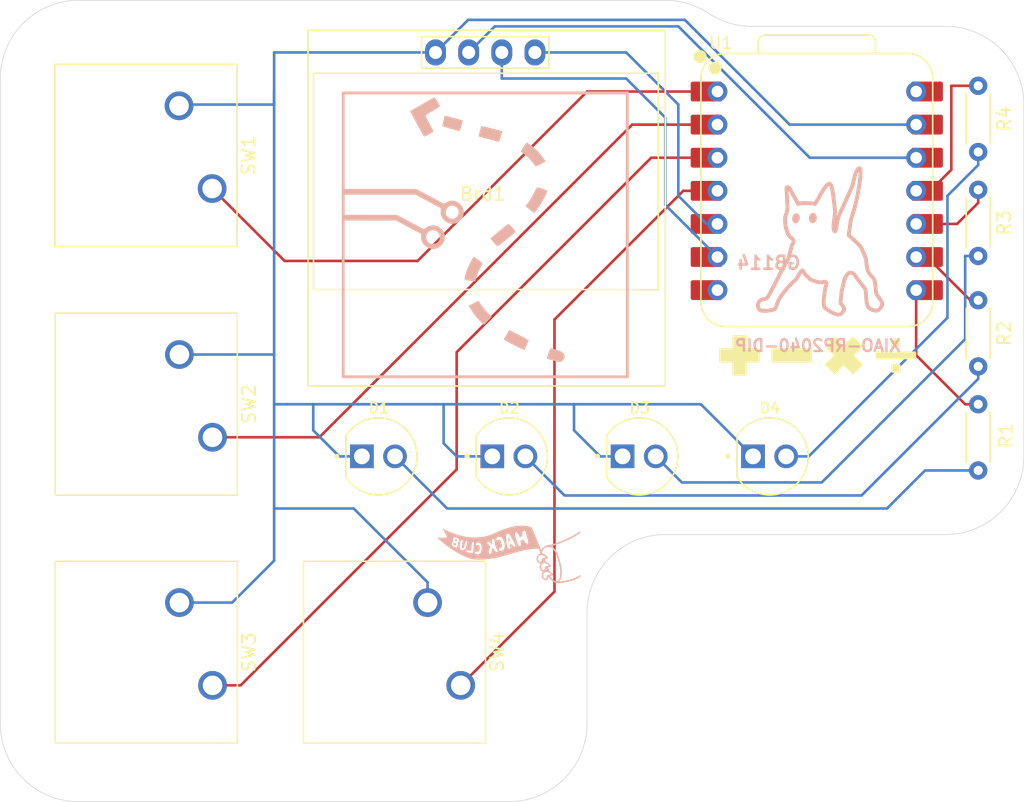
<source format=kicad_pcb>
(kicad_pcb (version 20241229) (generator "pcbnew") (generator_version "9.0")
  (title_block (title "BinaryCounter") (date "2025-07-31") (rev "V0.1") (company "GB114") (comment 1 "perhaps many more?"))
  (layers (0 "F.Cu" signal) (2 "B.Cu" signal) (13 "F.Paste" user) (15 "B.Paste" user) (5 "F.SilkS" user "F.Silkscreen") (7 "B.SilkS" user "B.Silkscreen") (1 "F.Mask" user) (3 "B.Mask" user) (25 "Edge.Cuts" user))
  (net 0 "")
  (net 1 "Net-(D1-PadA)")
  (net 2 "GND")
  (net 3 "Net-(D2-PadA)")
  (net 4 "Net-(D3-PadA)")
  (net 5 "LED1")
  (net 6 "LED2")
  (net 7 "LED3")
  (net 8 "button1")
  (net 9 "button2")
  (net 10 "button3")
  (net 13 "OLED_SCL")
  (net 14 "3V3")
  (net 15 "OLED_SDA")
  (net 16 "Net-(D4-PadA)")
  (net 17 "LED4")
  (net 18 "button4")
  (footprint "Resistor_THT:R_Axial_DIN0204_L3.6mm_D1.6mm_P5.08mm_Horizontal" (layer "F.Cu") (at 138.242641 65.841861 90)
    (property "Reference" "R2" (at 2.54 2 90) (layer "F.SilkS"))
    (property "Value" "R")
    (pad "1" thru_hole circle (at 0 0 90) (size 1.4 1.4) (drill 0.7) (layers "*.Cu" "*.Mask") (net 3 "Net-(D2-PadA)"))
    (pad "2" thru_hole circle (at 5.08 0 90) (size 1.4 1.4) (drill 0.7) (layers "*.Cu" "*.Mask") (net 6 "LED2"))
  )
  (footprint "BinaryCounter-footprints:XIAO-RP2040-DIP" (layer "F.Cu") (at 125.862641 52.362641)
    (property "Reference" "U1" (at -7.362641 -11.362641 0) (layer "F.SilkS") (effects (font (size 0.9 0.9) (thickness 0.1016))))
    (property "Value" "XIAO-RP2040-DIP")
    (pad "1" smd roundrect (at -8.455 -7.62 180) (size 2.432 1.524) (layers "F.Cu" "F.Mask") (roundrect_rratio 0.1) (net 8 "button1"))
    (pad "1" thru_hole circle (at -7.62 -7.62 180) (size 1.524 1.524) (drill 0.889) (layers "*.Cu" "*.Mask") (net 8 "button1"))
    (pad "2" smd roundrect (at -8.455 -5.08 180) (size 2.432 1.524) (layers "F.Cu" "F.Mask") (roundrect_rratio 0.1) (net 9 "button2"))
    (pad "2" thru_hole circle (at -7.62 -5.08 180) (size 1.524 1.524) (drill 0.889) (layers "*.Cu" "*.Mask") (net 9 "button2"))
    (pad "3" smd roundrect (at -8.455 -2.54 180) (size 2.432 1.524) (layers "F.Cu" "F.Mask") (roundrect_rratio 0.1) (net 10 "button3"))
    (pad "3" thru_hole circle (at -7.62 -2.54 180) (size 1.524 1.524) (drill 0.889) (layers "*.Cu" "*.Mask") (net 10 "button3"))
    (pad "4" smd roundrect (at -8.455 0 180) (size 2.432 1.524) (layers "F.Cu" "F.Mask") (roundrect_rratio 0.1) (net 18 "button4"))
    (pad "4" thru_hole circle (at -7.62 0 180) (size 1.524 1.524) (drill 0.889) (layers "*.Cu" "*.Mask") (net 18 "button4"))
    (pad "5" smd roundrect (at -8.455 2.54 180) (size 2.432 1.524) (layers "F.Cu" "F.Mask") (roundrect_rratio 0.1) (net 15 "OLED_SDA"))
    (pad "5" thru_hole circle (at -7.62 2.54 180) (size 1.524 1.524) (drill 0.889) (layers "*.Cu" "*.Mask") (net 15 "OLED_SDA"))
    (pad "6" smd roundrect (at -8.455 5.08 180) (size 2.432 1.524) (layers "F.Cu" "F.Mask") (roundrect_rratio 0.1) (net 13 "OLED_SCL"))
    (pad "6" thru_hole circle (at -7.62 5.08 180) (size 1.524 1.524) (drill 0.889) (layers "*.Cu" "*.Mask") (net 13 "OLED_SCL"))
    (pad "7" smd roundrect (at -8.455 7.62 180) (size 2.432 1.524) (layers "F.Cu" "F.Mask") (roundrect_rratio 0.1))
    (pad "7" thru_hole circle (at -7.62 7.62 180) (size 1.524 1.524) (drill 0.889) (layers "*.Cu" "*.Mask"))
    (pad "8" thru_hole circle (at 7.62 7.62) (size 1.524 1.524) (drill 0.889) (layers "*.Cu" "*.Mask") (net 5 "LED1"))
    (pad "8" smd roundrect (at 8.455 7.62) (size 2.432 1.524) (layers "F.Cu" "F.Mask") (roundrect_rratio 0.1) (net 5 "LED1"))
    (pad "9" thru_hole circle (at 7.62 5.08) (size 1.524 1.524) (drill 0.889) (layers "*.Cu" "*.Mask") (net 6 "LED2"))
    (pad "9" smd roundrect (at 8.455 5.08) (size 2.432 1.524) (layers "F.Cu" "F.Mask") (roundrect_rratio 0.1) (net 6 "LED2"))
    (pad "10" thru_hole circle (at 7.62 2.54) (size 1.524 1.524) (drill 0.889) (layers "*.Cu" "*.Mask") (net 7 "LED3"))
    (pad "10" smd roundrect (at 8.455 2.54) (size 2.432 1.524) (layers "F.Cu" "F.Mask") (roundrect_rratio 0.1) (net 7 "LED3"))
    (pad "11" thru_hole circle (at 7.62 0) (size 1.524 1.524) (drill 0.889) (layers "*.Cu" "*.Mask") (net 17 "LED4"))
    (pad "11" smd roundrect (at 8.455 0) (size 2.432 1.524) (layers "F.Cu" "F.Mask") (roundrect_rratio 0.1) (net 17 "LED4"))
    (pad "12" thru_hole circle (at 7.62 -2.54) (size 1.524 1.524) (drill 0.889) (layers "*.Cu" "*.Mask") (net 14 "3V3"))
    (pad "12" smd roundrect (at 8.455 -2.54) (size 2.432 1.524) (layers "F.Cu" "F.Mask") (roundrect_rratio 0.1) (net 14 "3V3"))
    (pad "13" thru_hole circle (at 7.62 -5.08) (size 1.524 1.524) (drill 0.889) (layers "*.Cu" "*.Mask") (net 2 "GND"))
    (pad "13" smd roundrect (at 8.455 -5.08) (size 2.432 1.524) (layers "F.Cu" "F.Mask") (roundrect_rratio 0.1) (net 2 "GND"))
    (pad "14" thru_hole circle (at 7.62 -7.62) (size 1.524 1.524) (drill 0.889) (layers "*.Cu" "*.Mask"))
    (pad "14" smd roundrect (at 8.455 -7.62) (size 2.432 1.524) (layers "F.Cu" "F.Mask") (roundrect_rratio 0.1))
  )
  (footprint "Button_Switch_Keyboard:SW_Cherry_MX_1.00u_PCB" (layer "F.Cu") (at 98.55191 90.313709 -90)
    (property "Reference" "SW4" (at -2.54 -2.794 90) (layer "F.SilkS"))
    (property "Value" "SW_Push")
    (pad "" np_thru_hole circle (at -7.62 5.08 270) (size 1.7 1.7) (drill 1.7) (layers "*.Cu" "*.Mask"))
    (pad "" np_thru_hole circle (at -2.54 5.08 270) (size 4 4) (drill 4) (layers "*.Cu" "*.Mask"))
    (pad "" np_thru_hole circle (at 2.54 5.08 270) (size 1.7 1.7) (drill 1.7) (layers "*.Cu" "*.Mask"))
    (pad "1" thru_hole circle (at 0 0 270) (size 2.2 2.2) (drill 1.5) (layers "*.Cu" "*.Mask") (net 18 "button4"))
    (pad "2" thru_hole circle (at -6.35 2.54 270) (size 2.2 2.2) (drill 1.5) (layers "*.Cu" "*.Mask") (net 2 "GND"))
  )
  (footprint "Button_Switch_Keyboard:SW_Cherry_MX_1.00u_PCB" (layer "F.Cu") (at 79.518772 90.313709 -90)
    (property "Reference" "SW3" (at -2.54 -2.794 90) (layer "F.SilkS"))
    (property "Value" "SW_Push")
    (pad "" np_thru_hole circle (at -7.62 5.08 270) (size 1.7 1.7) (drill 1.7) (layers "*.Cu" "*.Mask"))
    (pad "" np_thru_hole circle (at -2.54 5.08 270) (size 4 4) (drill 4) (layers "*.Cu" "*.Mask"))
    (pad "" np_thru_hole circle (at 2.54 5.08 270) (size 1.7 1.7) (drill 1.7) (layers "*.Cu" "*.Mask"))
    (pad "1" thru_hole circle (at 0 0 270) (size 2.2 2.2) (drill 1.5) (layers "*.Cu" "*.Mask") (net 10 "button3"))
    (pad "2" thru_hole circle (at -6.35 2.54 270) (size 2.2 2.2) (drill 1.5) (layers "*.Cu" "*.Mask") (net 2 "GND"))
  )
  (footprint "Resistor_THT:R_Axial_DIN0204_L3.6mm_D1.6mm_P5.08mm_Horizontal" (layer "F.Cu") (at 138.242641 73.822641 90)
    (property "Reference" "R1" (at 2.665057 2.116841 90) (layer "F.SilkS"))
    (property "Value" "R")
    (pad "1" thru_hole circle (at 0 0 90) (size 1.4 1.4) (drill 0.7) (layers "*.Cu" "*.Mask") (net 1 "Net-(D1-PadA)"))
    (pad "2" thru_hole circle (at 5.08 0 90) (size 1.4 1.4) (drill 0.7) (layers "*.Cu" "*.Mask") (net 5 "LED1"))
  )
  (footprint "Button_Switch_Keyboard:SW_Cherry_MX_1.00u_PCB" (layer "F.Cu") (at 79.487808 52.186611 -90)
    (property "Reference" "SW1" (at -2.54 -2.794 90) (layer "F.SilkS"))
    (property "Value" "SW_Push")
    (pad "" np_thru_hole circle (at -7.62 5.08 270) (size 1.7 1.7) (drill 1.7) (layers "*.Cu" "*.Mask"))
    (pad "" np_thru_hole circle (at -2.54 5.08 270) (size 4 4) (drill 4) (layers "*.Cu" "*.Mask"))
    (pad "" np_thru_hole circle (at 2.54 5.08 270) (size 1.7 1.7) (drill 1.7) (layers "*.Cu" "*.Mask"))
    (pad "1" thru_hole circle (at 0 0 270) (size 2.2 2.2) (drill 1.5) (layers "*.Cu" "*.Mask") (net 8 "button1"))
    (pad "2" thru_hole circle (at -6.35 2.54 270) (size 2.2 2.2) (drill 1.5) (layers "*.Cu" "*.Mask") (net 2 "GND"))
  )
  (footprint "BinaryCounter-footprints:LEDRD254W57D500H1070" (layer "F.Cu") (at 122.242641 72.742641)
    (property "Reference" "D4" (at 0.04 -3.708 0) (layer "F.SilkS") (effects (font (size 0.8 0.8))))
    (property "Value" "L08R5000Q1")
    (pad "A" thru_hole circle (at 1.27 0) (size 1.815 1.815) (drill 1.21) (layers "*.Cu" "*.Mask") (net 16 "Net-(D4-PadA)"))
    (pad "C" thru_hole rect (at -1.27 0) (size 1.815 1.815) (drill 1.21) (layers "*.Cu" "*.Mask") (net 2 "GND"))
  )
  (footprint "BinaryCounter-footprints:LEDRD254W57D500H1070" (layer "F.Cu") (at 92.242641 72.742641)
    (property "Reference" "D1" (at 0.04 -3.708 0) (layer "F.SilkS") (effects (font (size 0.8 0.8))))
    (property "Value" "L08R5000Q1")
    (pad "A" thru_hole circle (at 1.27 0) (size 1.815 1.815) (drill 1.21) (layers "*.Cu" "*.Mask") (net 1 "Net-(D1-PadA)"))
    (pad "C" thru_hole rect (at -1.27 0) (size 1.815 1.815) (drill 1.21) (layers "*.Cu" "*.Mask") (net 2 "GND"))
  )
  (footprint "BinaryCounter-footprints:LEDRD254W57D500H1070" (layer "F.Cu") (at 112.242641 72.742641)
    (property "Reference" "D3" (at 0.04 -3.708 0) (layer "F.SilkS") (effects (font (size 0.8 0.8))))
    (property "Value" "L08R5000Q1")
    (pad "A" thru_hole circle (at 1.27 0) (size 1.815 1.815) (drill 1.21) (layers "*.Cu" "*.Mask") (net 4 "Net-(D3-PadA)"))
    (pad "C" thru_hole rect (at -1.27 0) (size 1.815 1.815) (drill 1.21) (layers "*.Cu" "*.Mask") (net 2 "GND"))
  )
  (footprint "BinaryCounter-footprints:128x64OLED" (layer "F.Cu") (at 100.242641 52.342641)
    (property "Reference" "Brd1" (at 0 0.254 0) (layer "F.SilkS"))
    (property "Value" "SSD1306")
    (pad "1" thru_hole oval (at -3.62 -10.6 90) (size 2 1.6) (drill 1) (layers "*.Cu" "*.Mask") (net 2 "GND"))
    (pad "2" thru_hole oval (at -1.08 -10.6 90) (size 2 1.6) (drill 1) (layers "*.Cu" "*.Mask") (net 14 "3V3"))
    (pad "3" thru_hole oval (at 1.46 -10.6 90) (size 2 1.6) (drill 1) (layers "*.Cu" "*.Mask") (net 13 "OLED_SCL"))
    (pad "4" thru_hole oval (at 4 -10.6 90) (size 2 1.6) (drill 1) (layers "*.Cu" "*.Mask") (net 15 "OLED_SDA"))
  )
  (footprint "Resistor_THT:R_Axial_DIN0204_L3.6mm_D1.6mm_P5.08mm_Horizontal" (layer "F.Cu") (at 138.242641 49.381861 90)
    (property "Reference" "R4" (at 2.54 2 90) (layer "F.SilkS"))
    (property "Value" "R")
    (pad "1" thru_hole circle (at 0 0 90) (size 1.4 1.4) (drill 0.7) (layers "*.Cu" "*.Mask") (net 16 "Net-(D4-PadA)"))
    (pad "2" thru_hole circle (at 5.08 0 90) (size 1.4 1.4) (drill 0.7) (layers "*.Cu" "*.Mask") (net 17 "LED4"))
  )
  (footprint "BinaryCounter-footprints:LEDRD254W57D500H1070" (layer "F.Cu") (at 102.242641 72.742641)
    (property "Reference" "D2" (at 0.04 -3.708 0) (layer "F.SilkS") (effects (font (size 0.8 0.8))))
    (property "Value" "L08R5000Q1")
    (pad "A" thru_hole circle (at 1.27 0) (size 1.815 1.815) (drill 1.21) (layers "*.Cu" "*.Mask") (net 3 "Net-(D2-PadA)"))
    (pad "C" thru_hole rect (at -1.27 0) (size 1.815 1.815) (drill 1.21) (layers "*.Cu" "*.Mask") (net 2 "GND"))
  )
  (footprint "Resistor_THT:R_Axial_DIN0204_L3.6mm_D1.6mm_P5.08mm_Horizontal" (layer "F.Cu") (at 138.242641 57.362641 90)
    (property "Reference" "R3" (at 2.54 2 90) (layer "F.SilkS"))
    (property "Value" "R")
    (pad "1" thru_hole circle (at 0 0 90) (size 1.4 1.4) (drill 0.7) (layers "*.Cu" "*.Mask") (net 4 "Net-(D3-PadA)"))
    (pad "2" thru_hole circle (at 5.08 0 90) (size 1.4 1.4) (drill 0.7) (layers "*.Cu" "*.Mask") (net 7 "LED3"))
  )
  (footprint "Button_Switch_Keyboard:SW_Cherry_MX_1.00u_PCB" (layer "F.Cu") (at 79.516633 71.275582 -90)
    (property "Reference" "SW2" (at -2.54 -2.794 90) (layer "F.SilkS"))
    (property "Value" "SW_Push")
    (pad "" np_thru_hole circle (at -7.62 5.08 270) (size 1.7 1.7) (drill 1.7) (layers "*.Cu" "*.Mask"))
    (pad "" np_thru_hole circle (at -2.54 5.08 270) (size 4 4) (drill 4) (layers "*.Cu" "*.Mask"))
    (pad "" np_thru_hole circle (at 2.54 5.08 270) (size 1.7 1.7) (drill 1.7) (layers "*.Cu" "*.Mask"))
    (pad "1" thru_hole circle (at 0 0 270) (size 2.2 2.2) (drill 1.5) (layers "*.Cu" "*.Mask") (net 9 "button2"))
    (pad "2" thru_hole circle (at -6.35 2.54 270) (size 2.2 2.2) (drill 1.5) (layers "*.Cu" "*.Mask") (net 2 "GND"))
  )
  (footprint "LOGO" (layer "B.Cu") (at 100.432641 55.742641 180)
    (property "Reference" "G***" (hide yes))
    (property "Value" "LOGO" (hide yes))
  )
  (footprint "LOGO" (layer "B.Cu") (at 102.242641 80.242641 180)
    (property "Reference" "G***" (hide yes))
    (property "Value" "LOGO" (hide yes))
  )
  (gr_rect (start 122.432641 64.494933) (end 125.432641 65.494933) (stroke (width 0.1)) (fill yes) (layer "F.SilkS"))
  (gr_rect (start 131.620018 63.739954) (end 132.222867 64.295947) (stroke (width 0.1)) (fill yes) (layer "F.SilkS"))
  (gr_poly (pts (xy 129.346855 65.70204) (xy 128.639748 66.409147) (xy 126.518427 64.287826) (xy 127.225534 63.580719)) (stroke (width 0.1)) (fill yes) (layer "F.SilkS"))
  (gr_rect (start 131.632947 65.716696) (end 132.235796 66.272689) (stroke (width 0.1)) (fill yes) (layer "F.SilkS"))
  (gr_rect (start 118.432641 64.494933) (end 121.432641 65.494933) (stroke (width 0.1)) (fill yes) (layer "F.SilkS"))
  (gr_poly (pts (xy 129.346855 64.287826) (xy 127.225534 66.409147) (xy 126.518427 65.70204) (xy 128.639748 63.580719)) (stroke (width 0.1)) (fill yes) (layer "F.SilkS"))
  (gr_rect (start 130.432641 64.742641) (end 133.432641 65.241551) (stroke (width 0.1)) (fill yes) (layer "F.SilkS"))
  (gr_rect (start 119.432641 63.494933) (end 120.432641 66.494933) (stroke (width 0.1)) (fill yes) (layer "F.SilkS"))
  (gr_poly (pts (xy 129.131158 50.620868) (xy 129.114828 50.626014) (xy 129.106861 50.628952) (xy 129.099001 50.632181) (xy 129.09123 50.635736) (xy 129.083528 50.639652) (xy 129.075876 50.643964) (xy 129.068255 50.648709) (xy 129.060647 50.65392) (xy 129.053033 50.659635) (xy 129.045394 50.665888) (xy 129.037711 50.672714) (xy 129.029964 50.680148) (xy 129.022136 50.688228) (xy 129.014207 50.696986) (xy 129.006158 50.70646) (xy 128.997971 50.716683) (xy 128.989626 50.727693) (xy 128.981105 50.739523) (xy 128.972389 50.75221) (xy 128.963459 50.765789) (xy 128.954295 50.780294) (xy 128.935194 50.812228) (xy 128.914933 50.848295) (xy 128.893363 50.888778) (xy 128.870331 50.933959) (xy 128.84718 50.985687) (xy 128.825241 51.044919) (xy 128.80435 51.1106) (xy 128.78434 51.181675) (xy 128.746305 51.335795) (xy 128.709813 51.498845) (xy 128.673543 51.66239) (xy 128.63617 51.817998) (xy 128.616658 51.89019) (xy 128.596374 51.957235) (xy 128.575154 52.018079) (xy 128.552831 52.071668) (xy 128.08088 53.124378) (xy 127.844533 53.647881) (xy 127.749816 53.849993) (xy 127.679706 53.989896) (xy 127.651872 54.045271) (xy 127.624092 54.107579) (xy 127.596607 54.175879) (xy 127.569656 54.24923) (xy 127.543481 54.326688) (xy 127.518321 54.407313) (xy 127.494417 54.490163) (xy 127.472008 54.574295) (xy 127.451336 54.658769) (xy 127.432641 54.742641) (xy 127.416163 54.824972) (xy 127.402142 54.904817) (xy 127.390818 54.981237) (xy 127.382432 55.053289) (xy 127.377225 55.120031) (xy 127.375435 55.180521) (xy 127.269602 55.471563) (xy 127.263277 55.47194) (xy 127.256732 55.471375) (xy 127.250011 55.469805) (xy 127.243159 55.467168) (xy 127.23622 55.463401) (xy 127.229238 55.458441) (xy 127.222257 55.452224) (xy 127.215321 55.444688) (xy 127.208474 55.43577) (xy 127.201761 55.425406) (xy 127.195224 55.413534) (xy 127.188909 55.400091) (xy 127.18286 55.385014) (xy 127.17712 55.368239) (xy 127.171734 55.349704) (xy 127.166745 55.329346) (xy 127.162199 55.307102) (xy 127.158138 55.282909) (xy 127.154607 55.256704) (xy 127.151651 55.228423) (xy 127.149312 55.198005) (xy 127.147636 55.165385) (xy 127.146666 55.130501) (xy 127.146447 55.093291) (xy 127.147022 55.05369) (xy 127.148436 55.011636) (xy 127.150732 54.967066) (xy 127.153955 54.919917) (xy 127.158149 54.870126) (xy 127.163359 54.81763) (xy 127.169627 54.762367) (xy 127.176998 54.704272) (xy 127.256707 54.099037) (xy 127.269602 53.989896) (xy 127.198935 53.367531) (xy 127.159111 53.018919) (xy 127.115324 52.676419) (xy 127.066843 52.363332) (xy 127.040615 52.2251) (xy 127.012941 52.102957) (xy 126.983729 51.999818) (xy 126.952888 51.918594) (xy 126.920328 51.862198) (xy 126.903374 51.844221) (xy 126.885956 51.833543) (xy 126.856898 51.825818) (xy 126.826809 51.824764) (xy 126.795747 51.830076) (xy 126.763767 51.841449) (xy 126.730925 51.858577) (xy 126.697276 51.881156) (xy 126.662876 51.90888) (xy 126.627781 51.941443) (xy 126.592046 51.978541) (xy 126.555728 52.019868) (xy 126.481562 52.113991) (xy 126.405731 52.221368) (xy 126.328678 52.339558) (xy 126.25085 52.46612) (xy 126.172692 52.598612) (xy 126.017172 52.871619) (xy 125.865683 53.139044) (xy 125.792564 53.26456) (xy 125.72179 53.381355) (xy 125.712871 53.375308) (xy 125.701132 53.369563) (xy 125.67001 53.358953) (xy 125.630051 53.349467) (xy 125.582884 53.341047) (xy 125.530135 53.333635) (xy 125.473433 53.327172) (xy 125.354681 53.316863) (xy 125.239649 53.309654) (xy 125.14136 53.305081) (xy 125.047102 53.30198) (xy 124.966901 53.30136) (xy 124.882461 53.302678) (xy 124.782519 53.306941) (xy 124.730029 53.310613) (xy 124.677616 53.315545) (xy 124.626598 53.321911) (xy 124.578294 53.329885) (xy 124.53402 53.339642) (xy 124.495095 53.351357) (xy 124.478049 53.358003) (xy 124.462836 53.365203) (xy 124.449618 53.37298) (xy 124.438561 53.381355) (xy 123.81679 52.243647) (xy 123.803032 52.220845) (xy 123.789544 52.200019) (xy 123.77633 52.181095) (xy 123.763398 52.164003) (xy 123.750752 52.14867) (xy 123.738399 52.135025) (xy 123.726345 52.122997) (xy 123.714594 52.112513) (xy 123.703154 52.103501) (xy 123.69203 52.095891) (xy 123.681227 52.08961) (xy 123.670752 52.084587) (xy 123.66061 52.080749) (xy 123.650808 52.078026) (xy 123.64135 52.076346) (xy 123.632243 52.075636) (xy 123.623492 52.075826) (xy 123.615104 52.076843) (xy 123.607085 52.078616) (xy 123.599439 52.081073) (xy 123.592173 52.084142) (xy 123.585292 52.087752) (xy 123.578803 52.091831) (xy 123.572712 52.096307) (xy 123.561743 52.106164) (xy 123.552434 52.11675) (xy 123.54483 52.127491) (xy 123.538977 52.137813) (xy 123.618353 53.645938) (xy 123.538977 54.108959) (xy 123.513493 54.154445) (xy 123.491525 54.203873) (xy 123.472949 54.256919) (xy 123.457639 54.313262) (xy 123.445467 54.37258) (xy 123.436309 54.43455) (xy 123.426529 54.565159) (xy 123.427292 54.702511) (xy 123.437588 54.844031) (xy 123.456411 54.987139) (xy 123.482753 55.129259) (xy 123.515607 55.267813) (xy 123.553964 55.400224) (xy 123.596816 55.523915) (xy 123.643157 55.636308) (xy 123.691978 55.734826) (xy 123.742272 55.816891) (xy 123.793032 55.879926) (xy 123.818271 55.903503) (xy 123.843248 55.921355) (xy 123.87855 55.94371) (xy 123.910415 55.966268) (xy 123.93898 55.988992) (xy 123.964383 56.01184) (xy 123.986762 56.034775) (xy 124.006253 56.057757) (xy 124.022993 56.080746) (xy 124.037121 56.103703) (xy 124.048772 56.12659) (xy 124.058085 56.149366) (xy 124.065196 56.171993) (xy 124.070243 56.194431) (xy 124.073364 56.216642) (xy 124.074695 56.238585) (xy 124.074373 56.260221) (xy 124.072536 56.281512) (xy 124.069321 56.302418) (xy 124.064866 56.3229) (xy 124.059307 56.342919) (xy 124.052782 56.362434) (xy 124.037383 56.399801) (xy 124.019766 56.434685) (xy 124.001029 56.466774) (xy 123.982271 56.495753) (xy 123.949082 56.543126) (xy 123.697727 57.522084) (xy 123.142102 58.54073) (xy 122.857472 59.10144) (xy 122.528603 59.7383) (xy 122.238593 60.282391) (xy 122.134128 60.46686) (xy 122.07054 60.564792) (xy 122.060235 60.576235) (xy 122.049185 60.58679) (xy 122.037417 60.596515) (xy 122.024961 60.605466) (xy 122.011847 60.613703) (xy 121.998102 60.621283) (xy 121.983757 60.628262) (xy 121.968841 60.6347) (xy 121.937409 60.646179) (xy 121.904038 60.656182) (xy 121.868963 60.665169) (xy 121.832415 60.673602) (xy 121.75583 60.69065) (xy 121.716259 60.700187) (xy 121.676145 60.711016) (xy 121.635721 60.723596) (xy 121.59522 60.738389) (xy 121.575013 60.746759) (xy 121.554874 60.755856) (xy 121.534831 60.765737) (xy 121.514915 60.776459) (xy 121.495704 60.791949) (xy 121.477747 60.808602) (xy 121.461026 60.82634) (xy 121.445524 60.845085) (xy 121.431223 60.864761) (xy 121.418107 60.885289) (xy 121.406157 60.906593) (xy 121.395357 60.928594) (xy 121.385688 60.951216) (xy 121.377133 60.97438) (xy 121.369675 60.998009) (xy 121.363297 61.022025) (xy 121.35798 61.046352) (xy 121.353708 61.070911) (xy 121.348228 61.120417) (xy 121.346716 61.169923) (xy 121.349034 61.218809) (xy 121.355041 61.266455) (xy 121.364599 61.31224) (xy 121.377567 61.355545) (xy 121.385287 61.376073) (xy 121.393806 61.395749) (xy 121.403109 61.414495) (xy 121.413177 61.432233) (xy 121.423993 61.448885) (xy 121.43554 61.464375) (xy 121.45217 61.48206) (xy 121.47215 61.497949) (xy 121.495264 61.512109) (xy 121.521297 61.524604) (xy 121.550034 61.535501) (xy 121.581258 61.544865) (xy 121.650307 61.559253) (xy 121.726721 61.568293) (xy 121.808773 61.572508) (xy 121.89474 61.572421) (xy 121.982897 61.568555) (xy 122.071519 61.561433) (xy 122.158881 61.551579) (xy 122.243259 61.539516) (xy 122.322928 61.525767) (xy 122.396163 61.510855) (xy 122.46124 61.495304) (xy 122.516433 61.479636) (xy 122.560019 61.464375) (xy 122.577902 61.456846) (xy 122.594406 61.449095) (xy 122.609627 61.441059) (xy 122.623659 61.432672) (xy 122.636595 61.423868) (xy 122.648531 61.414582) (xy 122.659561 61.404749) (xy 122.66978 61.394302) (xy 122.679281 61.383178) (xy 122.68816 61.37131) (xy 122.696511 61.358632) (xy 122.704429 61.345081) (xy 122.712007 61.330589) (xy 122.719341 61.315092) (xy 122.726524 61.298525) (xy 122.733652 61.280821) (xy 122.748118 61.241744) (xy 122.763495 61.197338) (xy 122.800004 61.090445) (xy 122.822648 61.026912) (xy 122.849226 60.955957) (xy 122.864227 60.917533) (xy 122.880494 60.877057) (xy 122.898122 60.834464) (xy 122.917207 60.789688) (xy 122.964177 60.692943) (xy 123.024461 60.587478) (xy 123.096178 60.475114) (xy 123.177449 60.357673) (xy 123.266394 60.236977) (xy 123.361133 60.114846) (xy 123.459787 59.993103) (xy 123.560475 59.873569) (xy 123.760437 59.648414) (xy 123.945981 59.453956) (xy 124.028647 59.372792) (xy 124.10207 59.304766) (xy 124.164369 59.251701) (xy 124.213665 59.215418) (xy 124.230982 59.20225) (xy 124.248992 59.184926) (xy 124.28687 59.13927) (xy 124.326853 59.081366) (xy 124.368495 59.01413) (xy 124.542747 58.710176) (xy 124.586003 58.640014) (xy 124.628244 58.578016) (xy 124.669025 58.527096) (xy 124.688729 58.506702) (xy 124.707901 58.49017) (xy 124.726485 58.477867) (xy 124.744425 58.470155) (xy 124.761667 58.4674) (xy 124.778153 58.469966) (xy 124.793829 58.478217) (xy 124.808638 58.492519) (xy 124.822526 58.513235) (xy 124.835436 58.54073) (xy 124.846323 58.566555) (xy 124.858108 58.591921) (xy 124.884176 58.641304) (xy 124.913259 58.688938) (xy 124.944971 58.734882) (xy 124.978929 58.779194) (xy 125.01475 58.821934) (xy 125.052051 58.863158) (xy 125.090448 58.902928) (xy 125.129557 58.9413) (xy 125.168995 58.978335) (xy 125.247325 59.048624) (xy 125.322369 59.114266) (xy 125.391061 59.175729) (xy 125.654486 59.272385) (xy 125.777084 59.314791) (xy 125.836592 59.333347) (xy 125.895092 59.349693) (xy 125.952724 59.363497) (xy 126.009627 59.374426) (xy 126.065942 59.382145) (xy 126.121807 59.386322) (xy 126.177361 59.386623) (xy 126.232746 59.382715) (xy 126.288099 59.374264) (xy 126.343561 59.360938) (xy 126.370403 59.353897) (xy 126.395408 59.348597) (xy 126.418634 59.34496) (xy 126.440139 59.342908) (xy 126.459982 59.342363) (xy 126.478222 59.343247) (xy 126.494917 59.345481) (xy 126.510125 59.348989) (xy 126.523906 59.353692) (xy 126.536319 59.359512) (xy 126.547421 59.366371) (xy 126.557271 59.374191) (xy 126.565928 59.382894) (xy 126.573451 59.392402) (xy 126.579897 59.402637) (xy 126.585327 59.413521) (xy 126.589798 59.424976) (xy 126.593369 59.436924) (xy 126.596098 59.449287) (xy 126.598045 59.461987) (xy 126.599268 59.474947) (xy 126.599825 59.488087) (xy 126.599177 59.514599) (xy 126.59657 59.5409) (xy 126.592473 59.566365) (xy 126.587355 59.590371) (xy 126.581686 59.612293) (xy 126.551747 59.724335) (xy 126.523346 59.84427) (xy 126.4725 60.100535) (xy 126.431846 60.366514) (xy 126.416184 60.498592) (xy 126.404081 60.627634) (xy 126.395874 60.751818) (xy 126.391902 60.869324) (xy 126.3925 60.978328) (xy 126.398006 61.07701) (xy 126.408757 61.163548) (xy 126.42509 61.236121) (xy 126.447343 61.292907) (xy 126.460795 61.31481) (xy 126.475852 61.332084) (xy 126.520888 61.371455) (xy 126.575691 61.414508) (xy 126.638866 61.460274) (xy 126.709016 61.507784) (xy 126.784748 61.556069) (xy 126.864666 61.60416) (xy 126.947374 61.651089) (xy 127.031477 61.695886) (xy 127.115581 61.737582) (xy 127.198289 61.775209) (xy 127.278206 61.807798) (xy 127.353938 61.834379) (xy 127.424089 61.853984) (xy 127.487263 61.865643) (xy 127.515798 61.86819) (xy 127.542066 61.868388) (xy 127.565892 61.866115) (xy 127.587102 61.86125) (xy 127.606638 61.85463) (xy 127.625562 61.847201) (xy 127.643887 61.839006) (xy 127.66162 61.830089) (xy 127.678771 61.820495) (xy 127.695351 61.810265) (xy 127.71137 61.799445) (xy 127.726835 61.788076) (xy 127.741758 61.776205) (xy 127.756149 61.763873) (xy 127.783369 61.738002) (xy 127.808574 61.710814) (xy 127.831842 61.682657) (xy 127.853249 61.653879) (xy 127.872873 61.624831) (xy 127.890792 61.59586) (xy 127.907083 61.567315) (xy 127.921823 61.539545) (xy 127.935091 61.5129) (xy 127.957519 61.464375) (xy 127.960809 61.454942) (xy 127.96278 61.444545) (xy 127.963486 61.433247) (xy 127.962981 61.421112) (xy 127.96132 61.408205) (xy 127.958559 61.39459) (xy 127.954751 61.38033) (xy 127.949952 61.365489) (xy 127.937599 61.334321) (xy 127.921937 61.301597) (xy 127.903405 61.26783) (xy 127.88244 61.23353) (xy 127.85948 61.199209) (xy 127.834964 61.165379) (xy 127.80933 61.132552) (xy 127.783014 61.101238) (xy 127.756456 61.07195) (xy 127.730093 61.045199) (xy 127.704364 61.021497) (xy 127.679706 61.001354) (xy 127.759081 60.115) (xy 127.957519 59.268334) (xy 127.970449 59.227197) (xy 127.986021 59.182114) (xy 128.004125 59.133994) (xy 128.024653 59.083749) (xy 128.047497 59.032289) (xy 128.072547 58.980526) (xy 128.099695 58.929369) (xy 128.128833 58.87973) (xy 128.159852 58.83252) (xy 128.192644 58.78865) (xy 128.2271 58.749029) (xy 128.244918 58.731098) (xy 128.263111 58.71457) (xy 128.281666 58.699561) (xy 128.300569 58.686183) (xy 128.319807 58.674552) (xy 128.339366 58.664779) (xy 128.359232 58.65698) (xy 128.379392 58.651269) (xy 128.399832 58.647758) (xy 128.42054 58.646563) (xy 128.441043 58.646919) (xy 128.460886 58.647965) (xy 128.480074 58.649666) (xy 128.498612 58.651989) (xy 128.533765 58.658365) (xy 128.566391 58.666821) (xy 128.596537 58.677086) (xy 128.624248 58.688888) (xy 128.649572 58.701957) (xy 128.672555 58.716019) (xy 128.693244 58.730806) (xy 128.711685 58.746044) (xy 128.727924 58.761463) (xy 128.742008 58.776791) (xy 128.753984 58.791758) (xy 128.763898 58.806091) (xy 128.771797 58.819519) (xy 128.777727 58.831771) (xy 128.95632 59.08325) (xy 129.06112 59.227329) (xy 129.167987 59.371191) (xy 129.27072 59.505503) (xy 129.363118 59.620933) (xy 129.438979 59.708147) (xy 129.46877 59.738257) (xy 129.492102 59.757813) (xy 129.501818 59.765462) (xy 129.511129 59.774466) (xy 129.52004 59.78475) (xy 129.52856 59.796239) (xy 129.536695 59.808858) (xy 129.544453 59.822529) (xy 129.558868 59.852731) (xy 129.571861 59.88624) (xy 129.583492 59.922452) (xy 129.593817 59.960762) (xy 129.602896 60.000565) (xy 129.610786 60.041257) (xy 129.617546 60.082234) (xy 129.623234 60.12289) (xy 129.627907 60.162622) (xy 129.634445 60.236893) (xy 129.637623 60.300209) (xy 129.639773 60.417799) (xy 129.646883 60.556317) (xy 129.659947 60.706928) (xy 129.669021 60.784007) (xy 129.679956 60.860795) (xy 129.692875 60.936188) (xy 129.707903 61.00908) (xy 129.725163 61.078369) (xy 129.744779 61.142948) (xy 129.766876 61.201714) (xy 129.791577 61.253562) (xy 129.819007 61.297386) (xy 129.833784 61.315945) (xy 129.84929 61.332084) (xy 129.869624 61.3503) (xy 129.890886 61.367741) (xy 129.935873 61.400297) (xy 129.983613 61.429752) (xy 130.033464 61.456107) (xy 130.084789 61.479362) (xy 130.136946 61.499515) (xy 130.189298 61.516569) (xy 130.241204 61.530521) (xy 130.292024 61.541373) (xy 130.34112 61.549125) (xy 130.387852 61.553776) (xy 130.43158 61.555326) (xy 130.471664 61.553776) (xy 130.507466 61.549125) (xy 130.538346 61.541373) (xy 130.551741 61.536335) (xy 130.563665 61.530521) (xy 130.575126 61.523672) (xy 130.587142 61.515568) (xy 130.612576 61.495847) (xy 130.639445 61.471862) (xy 130.667224 61.444118) (xy 130.695391 61.413119) (xy 130.723422 61.379368) (xy 130.750794 61.343369) (xy 130.776985 61.305625) (xy 130.80147 61.266642) (xy 130.823726 61.226922) (xy 130.843231 61.18697) (xy 130.851787 61.167064) (xy 130.85946 61.147289) (xy 130.866183 61.127707) (xy 130.871892 61.108383) (xy 130.876519 61.089378) (xy 130.880002 61.070756) (xy 130.882272 61.052579) (xy 130.883267 61.034912) (xy 130.882919 61.017816) (xy 130.881164 61.001354) (xy 130.877772 60.98455) (xy 130.872628 60.966447) (xy 130.857522 60.926734) (xy 130.836719 60.88299) (xy 130.811091 60.83599) (xy 130.78151 60.78651) (xy 130.748847 60.735324) (xy 130.677766 60.630938) (xy 130.536999 60.435808) (xy 130.481266 60.357466) (xy 130.460115 60.325815) (xy 130.444602 60.300209) (xy 130.432794 60.271761) (xy 130.422071 60.231996) (xy 130.412278 60.182309) (xy 130.403261 60.124096) (xy 130.386931 59.98767) (xy 130.371842 59.833881) (xy 130.356752 59.67389) (xy 130.340422 59.518861) (xy 130.321612 59.379955) (xy 130.310889 59.320036) (xy 130.299081 59.268334) (xy 130.292422 59.245186) (xy 130.284873 59.222836) (xy 130.276477 59.201227) (xy 130.267274 59.180303) (xy 130.257306 59.160009) (xy 130.246613 59.140289) (xy 130.235238 59.121088) (xy 130.22322 59.102349) (xy 130.197424 59.066037) (xy 130.169554 59.030907) (xy 130.13994 58.996513) (xy 130.108912 58.96241) (xy 130.043929 58.893292) (xy 130.010633 58.857387) (xy 129.97724 58.819989) (xy 129.94408 58.780654) (xy 129.911482 58.738935) (xy 129.879775 58.694386) (xy 129.864359 58.670912) (xy 129.84929 58.646563) (xy 129.826177 58.602903) (xy 129.804455 58.551944) (xy 129.784108 58.494654) (xy 129.765119 58.432004) (xy 129.747474 58.36496) (xy 129.731157 58.294494) (xy 129.716153 58.221572) (xy 129.702446 58.147165) (xy 129.678861 57.997769) (xy 129.660278 57.854057) (xy 129.646574 57.72378) (xy 129.637623 57.614688) (xy 129.590158 57.473921) (xy 129.538197 57.331915) (xy 129.483446 57.192388) (xy 129.42761 57.059063) (xy 129.372394 56.93566) (xy 129.319503 56.825899) (xy 129.270643 56.733502) (xy 129.227519 56.662188) (xy 129.206222 56.633634) (xy 129.17484 56.596347) (xy 129.134513 56.551456) (xy 129.08638 56.500089) (xy 128.971255 56.382438) (xy 128.838581 56.252415) (xy 128.697474 56.119043) (xy 128.557048 55.991346) (xy 128.42642 55.878345) (xy 128.367629 55.830175) (xy 128.314706 55.789063) (xy 128.314209 55.755113) (xy 128.315854 55.716429) (xy 128.319385 55.673508) (xy 128.324546 55.626844) (xy 128.338736 55.524277) (xy 128.356379 55.412697) (xy 128.393833 55.178373) (xy 128.409553 55.063568) (xy 128.415766 55.008491) (xy 128.42054 54.955626) (xy 128.425384 54.903245) (xy 128.431888 54.849493) (xy 128.449313 54.739081) (xy 128.471699 54.626809) (xy 128.49793 54.515095) (xy 128.52689 54.406357) (xy 128.557462 54.303015) (xy 128.588529 54.207485) (xy 128.618977 54.122188) (xy 128.67635 53.957114) (xy 128.732865 53.771956) (xy 128.841754 53.356302) (xy 128.942504 52.905053) (xy 129.031975 52.448037) (xy 129.107029 52.015082) (xy 129.164525 51.636015) (xy 129.201325 51.340663) (xy 129.21429 51.158855) (xy 129.21429 50.695834) (xy 129.148144 50.616459)) (stroke (width 0.3)) (fill no) (layer "B.SilkS"))
  (gr_poly (pts (xy 124.277974 54.077872) (xy 124.263337 54.079791) (xy 124.248808 54.08266) (xy 124.234407 54.086456) (xy 124.220157 54.091159) (xy 124.20608 54.096748) (xy 124.1922 54.1032) (xy 124.178538 54.110495) (xy 124.165116 54.11861) (xy 124.151958 54.127526) (xy 124.139084 54.13722) (xy 124.126518 54.14767) (xy 124.114282 54.158857) (xy 124.102398 54.170757) (xy 124.090889 54.18335) (xy 124.079777 54.196615) (xy 124.069084 54.210529) (xy 124.058832 54.225073) (xy 124.049045 54.240223) (xy 124.039744 54.25596) (xy 124.030951 54.272261) (xy 124.02269 54.289105) (xy 124.014981 54.30647) (xy 124.007849 54.324336) (xy 124.001314 54.342681) (xy 123.9954 54.361484) (xy 123.990128 54.380723) (xy 123.985521 54.400377) (xy 123.981602 54.420424) (xy 123.976035 54.460646) (xy 123.973536 54.500219) (xy 123.973994 54.538921) (xy 123.977301 54.57653) (xy 123.983346 54.612824) (xy 123.99202 54.64758) (xy 124.003215 54.680578) (xy 124.01682 54.711596) (xy 124.032726 54.740411) (xy 124.050823 54.766801) (xy 124.06066 54.779018) (xy 124.071003 54.790545) (xy 124.081839 54.801356) (xy 124.093155 54.811422) (xy 124.104937 54.820715) (xy 124.117171 54.829208) (xy 124.129844 54.836873) (xy 124.142941 54.843682) (xy 124.15645 54.849608) (xy 124.170356 54.854623) (xy 124.184645 54.858699) (xy 124.199305 54.861808) (xy 124.214144 54.8639) (xy 124.228966 54.864957) (xy 124.243749 54.865001) (xy 124.258469 54.864053) (xy 124.273106 54.862134) (xy 124.287636 54.859265) (xy 124.302037 54.855469) (xy 124.316286 54.850765) (xy 124.330363 54.845177) (xy 124.344243 54.838725) (xy 124.357905 54.83143) (xy 124.371327 54.823314) (xy 124.384486 54.814399) (xy 124.397359 54.804705) (xy 124.409925 54.794254) (xy 124.422161 54.783068) (xy 124.434045 54.771168) (xy 124.445554 54.758575) (xy 124.456667 54.74531) (xy 124.46736 54.731395) (xy 124.477611 54.716852) (xy 124.487399 54.701701) (xy 124.4967 54.685965) (xy 124.505492 54.669664) (xy 124.513754 54.65282) (xy 124.521462 54.635454) (xy 124.528595 54.617588) (xy 124.53513 54.599243) (xy 124.541044 54.58044) (xy 124.546316 54.561202) (xy 124.550923 54.541548) (xy 124.554842 54.521501) (xy 124.560409 54.481278) (xy 124.562908 54.441705) (xy 124.56245 54.403004) (xy 124.559143 54.365395) (xy 124.553098 54.329101) (xy 124.544423 54.294345) (xy 124.533229 54.261347) (xy 124.519624 54.230329) (xy 124.503718 54.201515) (xy 124.48562 54.175124) (xy 124.475784 54.162907) (xy 124.46544 54.15138) (xy 124.454604 54.140569) (xy 124.443288 54.130504) (xy 124.431506 54.12121) (xy 124.419272 54.112717) (xy 124.406599 54.105052) (xy 124.393502 54.098243) (xy 124.379993 54.092317) (xy 124.366087 54.087302) (xy 124.351797 54.083226) (xy 124.337138 54.080117) (xy 124.322299 54.078025) (xy 124.307477 54.076967) (xy 124.292694 54.076924)) (fill yes) (layer "B.SilkS"))
  (gr_poly (pts (xy 125.552636 54.057005) (xy 125.537297 54.058728) (xy 125.522151 54.061429) (xy 125.507219 54.065084) (xy 125.49252 54.069669) (xy 125.478075 54.07516) (xy 125.463905 54.081534) (xy 125.450029 54.088765) (xy 125.436469 54.096831) (xy 125.423244 54.105707) (xy 125.410376 54.11537) (xy 125.397884 54.125796) (xy 125.385788 54.13696) (xy 125.37411 54.148839) (xy 125.36287 54.161409) (xy 125.352087 54.174646) (xy 125.341784 54.188526) (xy 125.331978 54.203026) (xy 125.322693 54.21812) (xy 125.313946 54.233787) (xy 125.30576 54.25) (xy 125.298154 54.266738) (xy 125.291149 54.283975) (xy 125.284765 54.301688) (xy 125.279023 54.319852) (xy 125.273943 54.338445) (xy 125.269545 54.357442) (xy 125.26585 54.37682) (xy 125.262878 54.396553) (xy 125.26065 54.416619) (xy 125.259186 54.436993) (xy 125.258631 54.477598) (xy 125.261173 54.517192) (xy 125.26667 54.555566) (xy 125.274979 54.592515) (xy 125.285959 54.62783) (xy 125.299466 54.661306) (xy 125.315359 54.692733) (xy 125.333496 54.721906) (xy 125.353733 54.748617) (xy 125.364595 54.760984) (xy 125.375929 54.772658) (xy 125.387717 54.783613) (xy 125.399941 54.793823) (xy 125.412584 54.803262) (xy 125.425628 54.811905) (xy 125.439054 54.819724) (xy 125.452846 54.826695) (xy 125.466985 54.832791) (xy 125.481454 54.837987) (xy 125.496235 54.842257) (xy 125.511309 54.845574) (xy 125.52666 54.847913) (xy 125.542269 54.849249) (xy 125.557933 54.849552) (xy 125.573444 54.848831) (xy 125.588782 54.847107) (xy 125.603928 54.844406) (xy 125.618861 54.840751) (xy 125.63356 54.836166) (xy 125.648005 54.830675) (xy 125.662175 54.824302) (xy 125.67605 54.81707) (xy 125.689611 54.809004) (xy 125.702835 54.800128) (xy 125.715704 54.790465) (xy 125.728196 54.78004) (xy 125.740291 54.768875) (xy 125.751969 54.756996) (xy 125.76321 54.744426) (xy 125.773992 54.731189) (xy 125.784296 54.717309) (xy 125.794101 54.70281) (xy 125.803387 54.687715) (xy 125.812133 54.672049) (xy 125.820319 54.655835) (xy 125.827925 54.639098) (xy 125.83493 54.62186) (xy 125.841314 54.604148) (xy 125.847056 54.585983) (xy 125.852136 54.56739) (xy 125.856534 54.548393) (xy 125.860229 54.529016) (xy 125.863201 54.509282) (xy 125.865429 54.489216) (xy 125.866893 54.468842) (xy 125.867448 54.428237) (xy 125.864906 54.388644) (xy 125.859409 54.350269) (xy 125.8511 54.313321) (xy 125.840121 54.278005) (xy 125.826613 54.24453) (xy 125.81072 54.213102) (xy 125.792584 54.183929) (xy 125.772347 54.157219) (xy 125.761485 54.144851) (xy 125.750151 54.133177) (xy 125.738363 54.122222) (xy 125.726138 54.112012) (xy 125.713495 54.102573) (xy 125.700452 54.093931) (xy 125.687025 54.086111) (xy 125.673233 54.07914) (xy 125.659094 54.073044) (xy 125.644626 54.067848) (xy 125.629845 54.063578) (xy 125.614771 54.060261) (xy 125.59942 54.057922) (xy 125.583811 54.056587) (xy 125.568147 54.056283)) (fill yes) (layer "B.SilkS"))
  (gr_line (start 114.242641 78.742641) (end 135.742641 78.742641) (stroke (width 0.05)) (layer "Edge.Cuts"))
  (gr_arc (start 69.242641 99.242641) (mid 65 97.485282) (end 63.242641 93.242641) (stroke (width 0.05)) (layer "Edge.Cuts"))
  (gr_line (start 114.247441 37.742641) (end 69.242641 37.742641) (stroke (width 0.05)) (layer "Edge.Cuts"))
  (gr_line (start 63.242641 43.742641) (end 63.242641 93.242641) (stroke (width 0.05)) (layer "Edge.Cuts"))
  (gr_arc (start 120.904541 39.742641) (mid 119.30294 39.524931) (end 117.817569 38.887598) (stroke (width 0.05)) (layer "Edge.Cuts"))
  (gr_arc (start 114.247441 37.742641) (mid 115.849021 37.960357) (end 117.334378 38.597683) (stroke (width 0.05)) (layer "Edge.Cuts"))
  (gr_line (start 69.242641 99.242641) (end 102.242641 99.242641) (stroke (width 0.05)) (layer "Edge.Cuts"))
  (gr_arc (start 135.742641 39.742641) (mid 139.985282 41.5) (end 141.742641 45.742641) (stroke (width 0.05)) (layer "Edge.Cuts"))
  (gr_line (start 135.742641 39.742641) (end 120.904541 39.742641) (stroke (width 0.05)) (layer "Edge.Cuts"))
  (gr_line (start 117.817569 38.887598) (end 117.334378 38.597683) (stroke (width 0.05)) (layer "Edge.Cuts"))
  (gr_arc (start 141.742641 72.742641) (mid 139.985282 76.985282) (end 135.742641 78.742641) (stroke (width 0.05)) (layer "Edge.Cuts"))
  (gr_arc (start 108.242641 93.242641) (mid 106.485282 97.485282) (end 102.242641 99.242641) (stroke (width 0.05)) (layer "Edge.Cuts"))
  (gr_line (start 108.242641 93.242641) (end 108.242641 84.742641) (stroke (width 0.05)) (layer "Edge.Cuts"))
  (gr_arc (start 108.242641 84.742641) (mid 110 80.5) (end 114.242641 78.742641) (stroke (width 0.05)) (layer "Edge.Cuts"))
  (gr_arc (start 63.242641 43.742641) (mid 65 39.5) (end 69.242641 37.742641) (stroke (width 0.05)) (layer "Edge.Cuts"))
  (gr_line (start 141.742641 72.742641) (end 141.742641 45.742641) (stroke (width 0.05)) (layer "Edge.Cuts"))
  (gr_text "GB114" (at 124.726485 58.477867 0) (layer "B.SilkS") (effects (font (size 1 1) (thickness 0.2) (bold yes)) (justify left bottom mirror)))
  (gr_text "XIAO-RP2040-DIP" (at 125.932641 64.242641 0) (layer "B.SilkS") (effects (font (size 0.9 0.9) (thickness 0.18) (bold yes)) (justify mirror)))
  (segment (start 93.512641 72.742641) (end 94.242641 72.742641) (width 0.2) (layer "B.Cu") (net 1))
  (segment (start 138.242641 73.822641) (end 134.162641 73.822641) (width 0.2) (layer "B.Cu") (net 1))
  (segment (start 134.162641 73.822641) (end 131.242641 76.742641) (width 0.2) (layer "B.Cu") (net 1))
  (segment (start 131.242641 76.742641) (end 97.512641 76.742641) (width 0.2) (layer "B.Cu") (net 1))
  (segment (start 97.512641 76.742641) (end 93.512641 72.742641) (width 0.2) (layer "B.Cu") (net 1))
  (segment (start 96.01191 82.408075) (end 90.346476 76.742641) (width 0.2) (layer "B.Cu") (net 2))
  (segment (start 109.242641 72.742641) (end 107.242641 70.742641) (width 0.2) (layer "B.Cu") (net 2))
  (segment (start 107.242641 70.742641) (end 107.242641 68.742641) (width 0.2) (layer "B.Cu") (net 2))
  (segment (start 76.947808 45.836611) (end 77.041778 45.742641) (width 0.2) (layer "B.Cu") (net 2))
  (segment (start 98.242641 72.742641) (end 100.972641 72.742641) (width 0.2) (layer "B.Cu") (net 2))
  (segment (start 120.972641 72.742641) (end 116.972641 68.742641) (width 0.2) (layer "B.Cu") (net 2))
  (segment (start 85.242641 68.742641) (end 84.242641 68.742641) (width 0.2) (layer "B.Cu") (net 2))
  (segment (start 87.242641 68.742641) (end 87.242641 70.742641) (width 0.2) (layer "B.Cu") (net 2))
  (segment (start 96.622641 41.742641) (end 99.122641 39.242641) (width 0.2) (layer "B.Cu") (net 2))
  (segment (start 84.242641 76.742641) (end 84.242641 68.742641) (width 0.2) (layer "B.Cu") (net 2))
  (segment (start 77.041778 45.742641) (end 84.242641 45.742641) (width 0.2) (layer "B.Cu") (net 2))
  (segment (start 84.242641 68.742641) (end 84.242641 64.925582) (width 0.2) (layer "B.Cu") (net 2))
  (segment (start 84.242641 44.742641) (end 84.242641 41.742641) (width 0.2) (layer "B.Cu") (net 2))
  (segment (start 76.978772 83.963709) (end 81.021573 83.963709) (width 0.2) (layer "B.Cu") (net 2))
  (segment (start 116.972641 68.742641) (end 107.242641 68.742641) (width 0.2) (layer "B.Cu") (net 2))
  (segment (start 90.346476 76.742641) (end 84.242641 76.742641) (width 0.2) (layer "B.Cu") (net 2))
  (segment (start 97.242641 71.742641) (end 97.242641 68.742641) (width 0.2) (layer "B.Cu") (net 2))
  (segment (start 89.242641 72.742641) (end 90.972641 72.742641) (width 0.2) (layer "B.Cu") (net 2))
  (segment (start 96.01191 83.963709) (end 96.01191 82.408075) (width 0.2) (layer "B.Cu") (net 2))
  (segment (start 84.242641 80.742641) (end 84.242641 76.742641) (width 0.2) (layer "B.Cu") (net 2))
  (segment (start 97.242641 68.742641) (end 87.242641 68.742641) (width 0.2) (layer "B.Cu") (net 2))
  (segment (start 87.242641 68.742641) (end 85.242641 68.742641) (width 0.2) (layer "B.Cu") (net 2))
  (segment (start 84.242641 41.742641) (end 96.622641 41.742641) (width 0.2) (layer "B.Cu") (net 2))
  (segment (start 107.242641 68.742641) (end 97.242641 68.742641) (width 0.2) (layer "B.Cu") (net 2))
  (segment (start 87.242641 70.742641) (end 89.242641 72.742641) (width 0.2) (layer "B.Cu") (net 2))
  (segment (start 99.122641 39.242641) (end 115.742641 39.242641) (width 0.2) (layer "B.Cu") (net 2))
  (segment (start 76.976633 64.925582) (end 84.242641 64.925582) (width 0.2) (layer "B.Cu") (net 2))
  (segment (start 115.742641 39.242641) (end 123.782641 47.282641) (width 0.2) (layer "B.Cu") (net 2))
  (segment (start 81.021573 83.963709) (end 84.242641 80.742641) (width 0.2) (layer "B.Cu") (net 2))
  (segment (start 123.782641 47.282641) (end 133.482641 47.282641) (width 0.2) (layer "B.Cu") (net 2))
  (segment (start 111.702641 72.742641) (end 109.242641 72.742641) (width 0.2) (layer "B.Cu") (net 2))
  (segment (start 98.242641 72.742641) (end 97.242641 71.742641) (width 0.2) (layer "B.Cu") (net 2))
  (segment (start 84.242641 64.925582) (end 84.242641 44.742641) (width 0.2) (layer "B.Cu") (net 2))
  (segment (start 84.242641 45.742641) (end 84.242641 44.742641) (width 0.2) (layer "B.Cu") (net 2))
  (segment (start 129.292251 75.742641) (end 106.512641 75.742641) (width 0.2) (layer "B.Cu") (net 3))
  (segment (start 138.242641 66.792251) (end 129.292251 75.742641) (width 0.2) (layer "B.Cu") (net 3))
  (segment (start 138.242641 65.841861) (end 138.242641 66.792251) (width 0.2) (layer "B.Cu") (net 3))
  (segment (start 103.782641 73.012641) (end 103.782641 72.742641) (width 0.2) (layer "B.Cu") (net 3))
  (segment (start 106.512641 75.742641) (end 103.782641 73.012641) (width 0.2) (layer "B.Cu") (net 3))
  (segment (start 115.512641 74.742641) (end 113.877641 73.107641) (width 0.2) (layer "B.Cu") (net 4))
  (segment (start 126.242641 74.742641) (end 115.512641 74.742641) (width 0.2) (layer "B.Cu") (net 4))
  (segment (start 137.242641 57.362641) (end 137.242641 63.742641) (width 0.2) (layer "B.Cu") (net 4))
  (segment (start 137.242641 63.742641) (end 126.242641 74.742641) (width 0.2) (layer "B.Cu") (net 4))
  (segment (start 113.877641 73.107641) (end 114.242641 72.742641) (width 0.2) (layer "B.Cu") (net 4))
  (segment (start 138.242641 57.362641) (end 137.242641 57.362641) (width 0.2) (layer "B.Cu") (net 4))
  (segment (start 137.242641 68.742641) (end 133.482641 64.982641) (width 0.2) (layer "F.Cu") (net 5))
  (segment (start 133.482641 64.982641) (end 133.482641 59.982641) (width 0.2) (layer "F.Cu") (net 5))
  (segment (start 138.242641 68.742641) (end 137.242641 68.742641) (width 0.2) (layer "F.Cu") (net 5))
  (segment (start 137.636861 60.761861) (end 134.317641 57.442641) (width 0.2) (layer "F.Cu") (net 6))
  (segment (start 138.242641 60.761861) (end 137.636861 60.761861) (width 0.2) (layer "F.Cu") (net 6))
  (segment (start 136.622641 54.902641) (end 134.317641 54.902641) (width 0.2) (layer "F.Cu") (net 7))
  (segment (start 138.242641 52.282641) (end 138.242641 53.282641) (width 0.2) (layer "F.Cu") (net 7))
  (segment (start 138.242641 53.282641) (end 136.622641 54.902641) (width 0.2) (layer "F.Cu") (net 7))
  (segment (start 85.043838 57.742641) (end 95.242641 57.742641) (width 0.2) (layer "F.Cu") (net 8))
  (segment (start 95.242641 57.742641) (end 108.242641 44.742641) (width 0.2) (layer "F.Cu") (net 8))
  (segment (start 79.487808 52.186611) (end 85.043838 57.742641) (width 0.2) (layer "F.Cu") (net 8))
  (segment (start 108.242641 44.742641) (end 118.242641 44.742641) (width 0.2) (layer "F.Cu") (net 8))
  (segment (start 111.702641 47.282641) (end 117.407641 47.282641) (width 0.2) (layer "F.Cu") (net 9))
  (segment (start 79.516633 71.275582) (end 87.7097 71.275582) (width 0.2) (layer "F.Cu") (net 9))
  (segment (start 87.7097 71.275582) (end 111.702641 47.282641) (width 0.2) (layer "F.Cu") (net 9))
  (segment (start 98.242641 73.742641) (end 98.242641 64.742641) (width 0.2) (layer "F.Cu") (net 10))
  (segment (start 81.671573 90.313709) (end 98.242641 73.742641) (width 0.2) (layer "F.Cu") (net 10))
  (segment (start 113.162641 49.822641) (end 118.242641 49.822641) (width 0.2) (layer "F.Cu") (net 10))
  (segment (start 98.242641 64.742641) (end 113.162641 49.822641) (width 0.2) (layer "F.Cu") (net 10))
  (segment (start 79.518772 90.313709) (end 81.671573 90.313709) (width 0.2) (layer "F.Cu") (net 10))
  (segment (start 101.702641 41.980271) (end 101.702641 41.742641) (width 0.2) (layer "F.Cu") (net 13))
  (segment (start 118.242641 57.442641) (end 117.165011 57.442641) (width 0.2) (layer "F.Cu") (net 13))
  (segment (start 114.242641 46.742641) (end 111.242641 43.742641) (width 0.2) (layer "B.Cu") (net 13))
  (segment (start 111.242641 43.742641) (end 101.702641 43.742641) (width 0.2) (layer "B.Cu") (net 13))
  (segment (start 101.702641 43.742641) (end 101.702641 41.980271) (width 0.2) (layer "B.Cu") (net 13))
  (segment (start 118.242641 57.442641) (end 114.242641 53.442641) (width 0.2) (layer "B.Cu") (net 13))
  (segment (start 114.242641 53.442641) (end 114.242641 46.742641) (width 0.2) (layer "B.Cu") (net 13))
  (segment (start 99.162641 41.742641) (end 101.162641 39.742641) (width 0.2) (layer "B.Cu") (net 14))
  (segment (start 125.322641 49.822641) (end 133.482641 49.822641) (width 0.2) (layer "B.Cu") (net 14))
  (segment (start 101.162641 39.742641) (end 115.242641 39.742641) (width 0.2) (layer "B.Cu") (net 14))
  (segment (start 115.242641 39.742641) (end 125.322641 49.822641) (width 0.2) (layer "B.Cu") (net 14))
  (segment (start 118.242641 54.902641) (end 117.402641 54.902641) (width 0.2) (layer "F.Cu") (net 15))
  (segment (start 111.242641 41.742641) (end 104.242641 41.742641) (width 0.2) (layer "B.Cu") (net 15))
  (segment (start 115.242641 45.742641) (end 111.242641 41.742641) (width 0.2) (layer "B.Cu") (net 15))
  (segment (start 117.402641 54.902641) (end 115.242641 52.742641) (width 0.2) (layer "B.Cu") (net 15))
  (segment (start 115.242641 52.742641) (end 115.242641 45.742641) (width 0.2) (layer "B.Cu") (net 15))
  (segment (start 135.881861 52.742641) (end 135.881861 62.103421) (width 0.2) (layer "B.Cu") (net 16))
  (segment (start 138.242641 49.381861) (end 138.242641 50.381861) (width 0.2) (layer "B.Cu") (net 16))
  (segment (start 138.242641 50.381861) (end 135.881861 52.742641) (width 0.2) (layer "B.Cu") (net 16))
  (segment (start 135.881861 62.103421) (end 125.242641 72.742641) (width 0.2) (layer "B.Cu") (net 16))
  (segment (start 125.242641 72.742641) (end 123.512641 72.742641) (width 0.2) (layer "B.Cu") (net 16))
  (segment (start 134.560271 52.362641) (end 136.180271 50.742641) (width 0.2) (layer "F.Cu") (net 17))
  (segment (start 136.180271 50.742641) (end 136.180271 44.301861) (width 0.2) (layer "F.Cu") (net 17))
  (segment (start 136.180271 44.301861) (end 138.242641 44.301861) (width 0.2) (layer "F.Cu") (net 17))
  (segment (start 133.482641 52.362641) (end 134.560271 52.362641) (width 0.2) (layer "F.Cu") (net 17))
  (segment (start 98.55191 90.313709) (end 105.742641 83.122978) (width 0.2) (layer "F.Cu") (net 18))
  (segment (start 105.742641 83.122978) (end 105.742641 62.242641) (width 0.2) (layer "F.Cu") (net 18))
  (segment (start 105.742641 62.242641) (end 115.622641 52.362641) (width 0.2) (layer "F.Cu") (net 18))
  (segment (start 115.622641 52.362641) (end 118.242641 52.362641) (width 0.2) (layer "F.Cu") (net 18))
)
</source>
